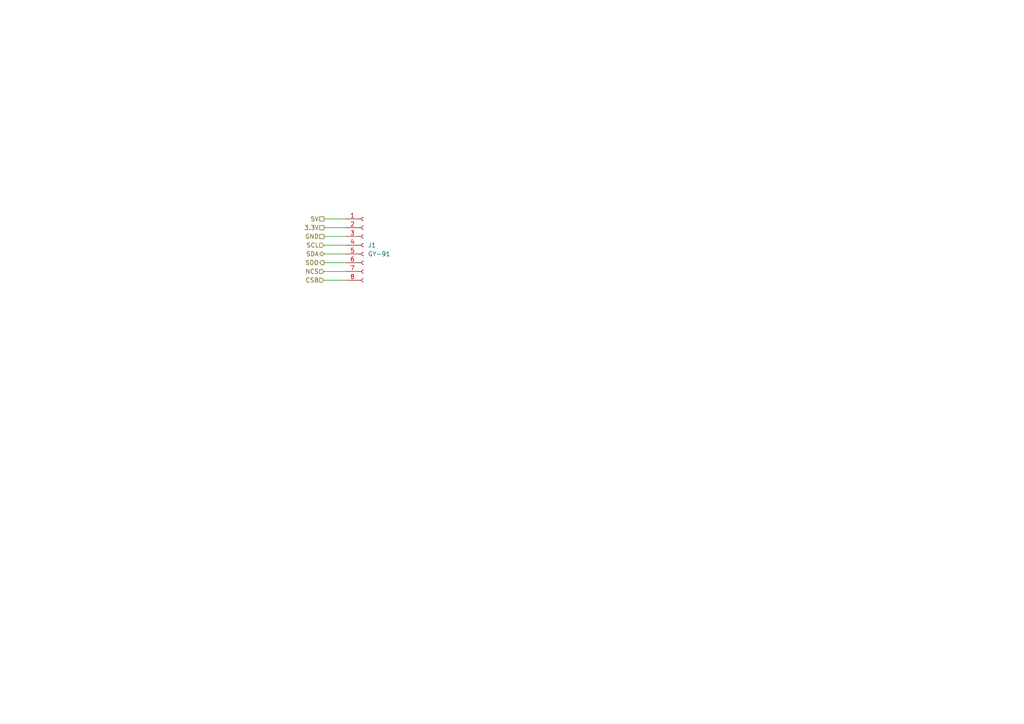
<source format=kicad_sch>
(kicad_sch (version 20211123) (generator eeschema)
  (paper "A4")
  (lib_symbols
    (symbol "Connector:Conn_01x08_Female" (pin_names (offset 1.016) hide)
      (property "Reference" "J" (at 0 10.16 0))
      (property "Value" "Conn_01x08_Female" (at 0 -12.7 0))
      (symbol "Conn_01x08_Female_1_1"
        (arc (start 0 -9.652) (mid -0.508 -10.16) (end 0 -10.668) (stroke (width 0.1524)))
        (arc (start 0 -7.112) (mid -0.508 -7.62) (end 0 -8.128) (stroke (width 0.1524)))
        (arc (start 0 -4.572) (mid -0.508 -5.08) (end 0 -5.588) (stroke (width 0.1524)))
        (arc (start 0 -2.032) (mid -0.508 -2.54) (end 0 -3.048) (stroke (width 0.1524)))
        (polyline (pts (xy -1.27 -10.16) (xy -0.508 -10.16)) (stroke (width 0.1524)))
        (polyline (pts (xy -1.27 -7.62) (xy -0.508 -7.62)) (stroke (width 0.1524)))
        (polyline (pts (xy -1.27 -5.08) (xy -0.508 -5.08)) (stroke (width 0.1524)))
        (polyline (pts (xy -1.27 -2.54) (xy -0.508 -2.54)) (stroke (width 0.1524)))
        (polyline (pts (xy -1.27 0) (xy -0.508 0)) (stroke (width 0.1524)))
        (polyline (pts (xy -1.27 2.54) (xy -0.508 2.54)) (stroke (width 0.1524)))
        (polyline (pts (xy -1.27 5.08) (xy -0.508 5.08)) (stroke (width 0.1524)))
        (polyline (pts (xy -1.27 7.62) (xy -0.508 7.62)) (stroke (width 0.1524)))
        (arc (start 0 0.508) (mid -0.508 0) (end 0 -0.508) (stroke (width 0.1524)))
        (arc (start 0 3.048) (mid -0.508 2.54) (end 0 2.032) (stroke (width 0.1524)))
        (arc (start 0 5.588) (mid -0.508 5.08) (end 0 4.572) (stroke (width 0.1524)))
        (arc (start 0 8.128) (mid -0.508 7.62) (end 0 7.112) (stroke (width 0.1524)))
        (pin passive line (at -5.08 7.62 0) (length 3.81) (name "Pin_1") (number "1"))
        (pin passive line (at -5.08 5.08 0) (length 3.81) (name "Pin_2") (number "2"))
        (pin passive line (at -5.08 2.54 0) (length 3.81) (name "Pin_3") (number "3"))
        (pin passive line (at -5.08 0 0) (length 3.81) (name "Pin_4") (number "4"))
        (pin passive line (at -5.08 -2.54 0) (length 3.81) (name "Pin_5") (number "5"))
        (pin passive line (at -5.08 -5.08 0) (length 3.81) (name "Pin_6") (number "6"))
        (pin passive line (at -5.08 -7.62 0) (length 3.81) (name "Pin_7") (number "7"))
        (pin passive line (at -5.08 -10.16 0) (length 3.81) (name "Pin_8") (number "8"))
      )
    )
  )
  (wire (pts (xy 93.98 71.12) (xy 100.33 71.12)))
  (wire (pts (xy 93.98 73.66) (xy 100.33 73.66)))
  (wire (pts (xy 93.98 81.28) (xy 100.33 81.28)))
  (wire (pts (xy 93.98 78.74) (xy 100.33 78.74)))
  (wire (pts (xy 93.98 76.2) (xy 100.33 76.2)))
  (wire (pts (xy 93.98 66.04) (xy 100.33 66.04)))
  (wire (pts (xy 93.98 63.5) (xy 100.33 63.5)))
  (wire (pts (xy 93.98 68.58) (xy 100.33 68.58)))
  (hierarchical_label "GND" (shape passive) (at 93.98 68.58 180))
  (hierarchical_label "SDO" (shape output) (at 93.98 76.2 180))
  (hierarchical_label "5V" (shape passive) (at 93.98 63.5 180))
  (hierarchical_label "SCL" (shape input) (at 93.98 71.12 180))
  (hierarchical_label "CSB" (shape input) (at 93.98 81.28 180))
  (hierarchical_label "3.3V" (shape passive) (at 93.98 66.04 180))
  (hierarchical_label "SDA" (shape bidirectional) (at 93.98 73.66 180))
  (hierarchical_label "NCS" (shape input) (at 93.98 78.74 180))
  (symbol (lib_id "Connector:Conn_01x08_Female") (at 105.41 71.12 0) (unit 1)
    (property "Reference" "J1" (at 106.68 71.1199 0) (effects (justify left)))
    (property "Value" "GY-91" (at 106.68 73.6599 0) (effects (justify left)))
    (property "Footprint" "Connector_PinHeader_2.54mm:PinHeader_1x08_P2.54mm_Vertical" (effects hide))
  )
)
</source>
